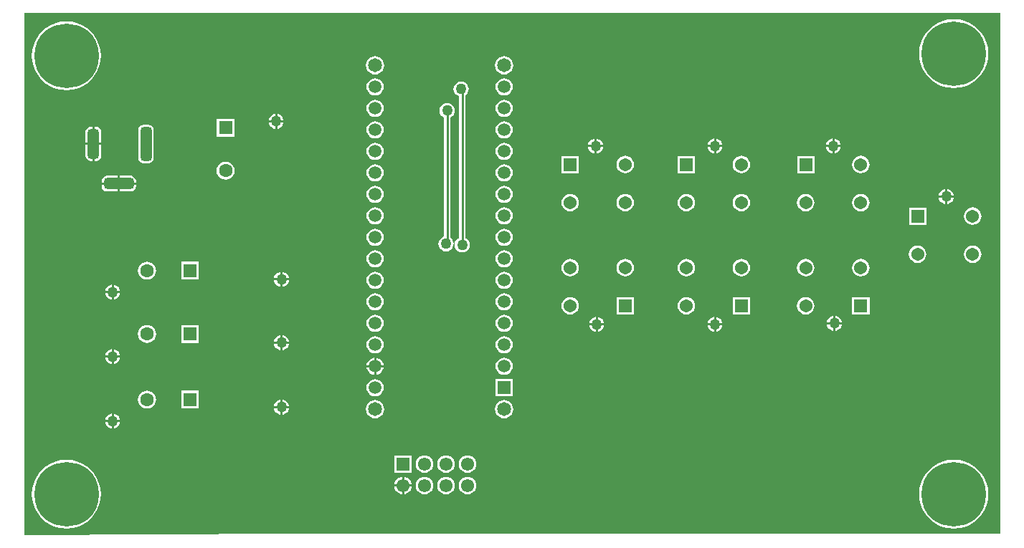
<source format=gbl>
G04*
G04 #@! TF.GenerationSoftware,Altium Limited,Altium Designer,20.1.12 (249)*
G04*
G04 Layer_Physical_Order=2*
G04 Layer_Color=16711680*
%FSLAX25Y25*%
%MOIN*%
G70*
G04*
G04 #@! TF.SameCoordinates,CC19F9FB-0A88-4C5E-BD8E-C5333B66DB7B*
G04*
G04*
G04 #@! TF.FilePolarity,Positive*
G04*
G01*
G75*
%ADD17C,0.01000*%
%ADD37R,0.06063X0.06063*%
%ADD38C,0.06063*%
%ADD47C,0.06299*%
%ADD48R,0.06299X0.06299*%
%ADD49C,0.06102*%
%ADD50R,0.06102X0.06102*%
G04:AMPARAMS|DCode=51|XSize=137.8mil|YSize=51.18mil|CornerRadius=12.8mil|HoleSize=0mil|Usage=FLASHONLY|Rotation=180.000|XOffset=0mil|YOffset=0mil|HoleType=Round|Shape=RoundedRectangle|*
%AMROUNDEDRECTD51*
21,1,0.13780,0.02559,0,0,180.0*
21,1,0.11221,0.05118,0,0,180.0*
1,1,0.02559,-0.05610,0.01280*
1,1,0.02559,0.05610,0.01280*
1,1,0.02559,0.05610,-0.01280*
1,1,0.02559,-0.05610,-0.01280*
%
%ADD51ROUNDEDRECTD51*%
G04:AMPARAMS|DCode=52|XSize=137.8mil|YSize=51.18mil|CornerRadius=12.8mil|HoleSize=0mil|Usage=FLASHONLY|Rotation=90.000|XOffset=0mil|YOffset=0mil|HoleType=Round|Shape=RoundedRectangle|*
%AMROUNDEDRECTD52*
21,1,0.13780,0.02559,0,0,90.0*
21,1,0.11221,0.05118,0,0,90.0*
1,1,0.02559,0.01280,0.05610*
1,1,0.02559,0.01280,-0.05610*
1,1,0.02559,-0.01280,-0.05610*
1,1,0.02559,-0.01280,0.05610*
%
%ADD52ROUNDEDRECTD52*%
G04:AMPARAMS|DCode=53|XSize=157.48mil|YSize=51.18mil|CornerRadius=12.8mil|HoleSize=0mil|Usage=FLASHONLY|Rotation=90.000|XOffset=0mil|YOffset=0mil|HoleType=Round|Shape=RoundedRectangle|*
%AMROUNDEDRECTD53*
21,1,0.15748,0.02559,0,0,90.0*
21,1,0.13189,0.05118,0,0,90.0*
1,1,0.02559,0.01280,0.06594*
1,1,0.02559,0.01280,-0.06594*
1,1,0.02559,-0.01280,-0.06594*
1,1,0.02559,-0.01280,0.06594*
%
%ADD53ROUNDEDRECTD53*%
%ADD54R,0.06299X0.06299*%
%ADD55R,0.05937X0.05937*%
%ADD56C,0.05937*%
%ADD57C,0.06500*%
%ADD58C,0.05000*%
%ADD59C,0.30000*%
G36*
X554000Y221000D02*
X220500D01*
X100854Y220501D01*
X100500Y220854D01*
Y463500D01*
X554000D01*
Y221000D01*
D02*
G37*
%LPC*%
G36*
X323500Y443287D02*
X322391Y443141D01*
X321357Y442712D01*
X320469Y442031D01*
X319788Y441143D01*
X319359Y440109D01*
X319213Y439000D01*
X319359Y437890D01*
X319788Y436857D01*
X320469Y435969D01*
X321357Y435288D01*
X322391Y434859D01*
X323500Y434713D01*
X324609Y434859D01*
X325643Y435288D01*
X326531Y435969D01*
X327212Y436857D01*
X327641Y437890D01*
X327787Y439000D01*
X327641Y440109D01*
X327212Y441143D01*
X326531Y442031D01*
X325643Y442712D01*
X324609Y443141D01*
X323500Y443287D01*
D02*
G37*
G36*
X263500D02*
X262390Y443141D01*
X261357Y442712D01*
X260469Y442031D01*
X259788Y441143D01*
X259359Y440109D01*
X259213Y439000D01*
X259359Y437890D01*
X259788Y436857D01*
X260469Y435969D01*
X261357Y435288D01*
X262390Y434859D01*
X263500Y434713D01*
X264610Y434859D01*
X265643Y435288D01*
X266531Y435969D01*
X267212Y436857D01*
X267641Y437890D01*
X267787Y439000D01*
X267641Y440109D01*
X267212Y441143D01*
X266531Y442031D01*
X265643Y442712D01*
X264610Y443141D01*
X263500Y443287D01*
D02*
G37*
G36*
X532500Y460549D02*
X529989Y460352D01*
X527540Y459764D01*
X525214Y458800D01*
X523066Y457484D01*
X521151Y455849D01*
X519516Y453934D01*
X518200Y451786D01*
X517236Y449460D01*
X516648Y447011D01*
X516451Y444500D01*
X516648Y441989D01*
X517236Y439540D01*
X518200Y437214D01*
X519516Y435066D01*
X521151Y433151D01*
X523066Y431516D01*
X525214Y430200D01*
X527540Y429236D01*
X529989Y428648D01*
X532500Y428450D01*
X535011Y428648D01*
X537460Y429236D01*
X539786Y430200D01*
X541934Y431516D01*
X543849Y433151D01*
X545484Y435066D01*
X546800Y437214D01*
X547764Y439540D01*
X548352Y441989D01*
X548550Y444500D01*
X548352Y447011D01*
X547764Y449460D01*
X546800Y451786D01*
X545484Y453934D01*
X543849Y455849D01*
X541934Y457484D01*
X539786Y458800D01*
X537460Y459764D01*
X535011Y460352D01*
X532500Y460549D01*
D02*
G37*
G36*
X120000Y459550D02*
X117489Y459352D01*
X115040Y458764D01*
X112714Y457800D01*
X110566Y456484D01*
X108651Y454849D01*
X107016Y452934D01*
X105700Y450786D01*
X104736Y448460D01*
X104148Y446011D01*
X103951Y443500D01*
X104148Y440989D01*
X104736Y438540D01*
X105700Y436214D01*
X107016Y434066D01*
X108651Y432151D01*
X110566Y430516D01*
X112714Y429200D01*
X115040Y428236D01*
X117489Y427648D01*
X120000Y427451D01*
X122511Y427648D01*
X124960Y428236D01*
X127286Y429200D01*
X129434Y430516D01*
X131349Y432151D01*
X132984Y434066D01*
X134300Y436214D01*
X135264Y438540D01*
X135852Y440989D01*
X136049Y443500D01*
X135852Y446011D01*
X135264Y448460D01*
X134300Y450786D01*
X132984Y452934D01*
X131349Y454849D01*
X129434Y456484D01*
X127286Y457800D01*
X124960Y458764D01*
X122511Y459352D01*
X120000Y459550D01*
D02*
G37*
G36*
X323500Y433003D02*
X322464Y432866D01*
X321499Y432467D01*
X320670Y431830D01*
X320034Y431001D01*
X319634Y430036D01*
X319497Y429000D01*
X319634Y427964D01*
X320034Y426999D01*
X320670Y426170D01*
X321499Y425533D01*
X322464Y425134D01*
X323500Y424997D01*
X324536Y425134D01*
X325501Y425533D01*
X326330Y426170D01*
X326967Y426999D01*
X327366Y427964D01*
X327503Y429000D01*
X327366Y430036D01*
X326967Y431001D01*
X326330Y431830D01*
X325501Y432467D01*
X324536Y432866D01*
X323500Y433003D01*
D02*
G37*
G36*
X263500D02*
X262464Y432866D01*
X261499Y432467D01*
X260670Y431830D01*
X260033Y431001D01*
X259634Y430036D01*
X259497Y429000D01*
X259634Y427964D01*
X260033Y426999D01*
X260670Y426170D01*
X261499Y425533D01*
X262464Y425134D01*
X263500Y424997D01*
X264536Y425134D01*
X265501Y425533D01*
X266330Y426170D01*
X266967Y426999D01*
X267366Y427964D01*
X267503Y429000D01*
X267366Y430036D01*
X266967Y431001D01*
X266330Y431830D01*
X265501Y432467D01*
X264536Y432866D01*
X263500Y433003D01*
D02*
G37*
G36*
X323500Y423003D02*
X322464Y422866D01*
X321499Y422467D01*
X320670Y421830D01*
X320034Y421001D01*
X319634Y420036D01*
X319497Y419000D01*
X319634Y417964D01*
X320034Y416999D01*
X320670Y416170D01*
X321499Y415533D01*
X322464Y415134D01*
X323500Y414997D01*
X324536Y415134D01*
X325501Y415533D01*
X326330Y416170D01*
X326967Y416999D01*
X327366Y417964D01*
X327503Y419000D01*
X327366Y420036D01*
X326967Y421001D01*
X326330Y421830D01*
X325501Y422467D01*
X324536Y422866D01*
X323500Y423003D01*
D02*
G37*
G36*
X263500D02*
X262464Y422866D01*
X261499Y422467D01*
X260670Y421830D01*
X260033Y421001D01*
X259634Y420036D01*
X259497Y419000D01*
X259634Y417964D01*
X260033Y416999D01*
X260670Y416170D01*
X261499Y415533D01*
X262464Y415134D01*
X263500Y414997D01*
X264536Y415134D01*
X265501Y415533D01*
X266330Y416170D01*
X266967Y416999D01*
X267366Y417964D01*
X267503Y419000D01*
X267366Y420036D01*
X266967Y421001D01*
X266330Y421830D01*
X265501Y422467D01*
X264536Y422866D01*
X263500Y423003D01*
D02*
G37*
G36*
X218000Y416464D02*
Y413500D01*
X220964D01*
X220910Y413914D01*
X220557Y414765D01*
X219996Y415496D01*
X219265Y416057D01*
X218414Y416410D01*
X218000Y416464D01*
D02*
G37*
G36*
X217000D02*
X216586Y416410D01*
X215735Y416057D01*
X215004Y415496D01*
X214443Y414765D01*
X214090Y413914D01*
X214036Y413500D01*
X217000D01*
Y416464D01*
D02*
G37*
G36*
X220964Y412500D02*
X218000D01*
Y409536D01*
X218414Y409590D01*
X219265Y409943D01*
X219996Y410504D01*
X220557Y411235D01*
X220910Y412086D01*
X220964Y412500D01*
D02*
G37*
G36*
X217000D02*
X214036D01*
X214090Y412086D01*
X214443Y411235D01*
X215004Y410504D01*
X215735Y409943D01*
X216586Y409590D01*
X217000Y409536D01*
Y412500D01*
D02*
G37*
G36*
X198150Y414150D02*
X189850D01*
Y405850D01*
X198150D01*
Y414150D01*
D02*
G37*
G36*
X323500Y413003D02*
X322464Y412866D01*
X321499Y412466D01*
X320670Y411830D01*
X320034Y411001D01*
X319634Y410036D01*
X319497Y409000D01*
X319634Y407964D01*
X320034Y406999D01*
X320670Y406170D01*
X321499Y405534D01*
X322464Y405134D01*
X323500Y404997D01*
X324536Y405134D01*
X325501Y405534D01*
X326330Y406170D01*
X326967Y406999D01*
X327366Y407964D01*
X327503Y409000D01*
X327366Y410036D01*
X326967Y411001D01*
X326330Y411830D01*
X325501Y412466D01*
X324536Y412866D01*
X323500Y413003D01*
D02*
G37*
G36*
X263500D02*
X262464Y412866D01*
X261499Y412466D01*
X260670Y411830D01*
X260033Y411001D01*
X259634Y410036D01*
X259497Y409000D01*
X259634Y407964D01*
X260033Y406999D01*
X260670Y406170D01*
X261499Y405534D01*
X262464Y405134D01*
X263500Y404997D01*
X264536Y405134D01*
X265501Y405534D01*
X266330Y406170D01*
X266967Y406999D01*
X267366Y407964D01*
X267503Y409000D01*
X267366Y410036D01*
X266967Y411001D01*
X266330Y411830D01*
X265501Y412466D01*
X264536Y412866D01*
X263500Y413003D01*
D02*
G37*
G36*
X133870Y410434D02*
X133091D01*
Y403000D01*
X136194D01*
Y408110D01*
X136017Y409000D01*
X135513Y409754D01*
X134759Y410257D01*
X133870Y410434D01*
D02*
G37*
G36*
X132091D02*
X131311D01*
X130422Y410257D01*
X129668Y409754D01*
X129164Y409000D01*
X128987Y408110D01*
Y403000D01*
X132091D01*
Y410434D01*
D02*
G37*
G36*
X477000Y404964D02*
Y402000D01*
X479964D01*
X479910Y402414D01*
X479557Y403265D01*
X478996Y403996D01*
X478265Y404557D01*
X477414Y404910D01*
X477000Y404964D01*
D02*
G37*
G36*
X476000D02*
X475586Y404910D01*
X474735Y404557D01*
X474004Y403996D01*
X473443Y403265D01*
X473090Y402414D01*
X473036Y402000D01*
X476000D01*
Y404964D01*
D02*
G37*
G36*
X422000D02*
Y402000D01*
X424964D01*
X424910Y402414D01*
X424557Y403265D01*
X423996Y403996D01*
X423265Y404557D01*
X422414Y404910D01*
X422000Y404964D01*
D02*
G37*
G36*
X421000D02*
X420586Y404910D01*
X419735Y404557D01*
X419004Y403996D01*
X418443Y403265D01*
X418090Y402414D01*
X418036Y402000D01*
X421000D01*
Y404964D01*
D02*
G37*
G36*
X366500D02*
Y402000D01*
X369464D01*
X369410Y402414D01*
X369057Y403265D01*
X368496Y403996D01*
X367765Y404557D01*
X366914Y404910D01*
X366500Y404964D01*
D02*
G37*
G36*
X365500D02*
X365086Y404910D01*
X364235Y404557D01*
X363504Y403996D01*
X362943Y403265D01*
X362590Y402414D01*
X362536Y402000D01*
X365500D01*
Y404964D01*
D02*
G37*
G36*
X479964Y401000D02*
X477000D01*
Y398036D01*
X477414Y398090D01*
X478265Y398443D01*
X478996Y399004D01*
X479557Y399735D01*
X479910Y400586D01*
X479964Y401000D01*
D02*
G37*
G36*
X476000D02*
X473036D01*
X473090Y400586D01*
X473443Y399735D01*
X474004Y399004D01*
X474735Y398443D01*
X475586Y398090D01*
X476000Y398036D01*
Y401000D01*
D02*
G37*
G36*
X424964D02*
X422000D01*
Y398036D01*
X422414Y398090D01*
X423265Y398443D01*
X423996Y399004D01*
X424557Y399735D01*
X424910Y400586D01*
X424964Y401000D01*
D02*
G37*
G36*
X421000D02*
X418036D01*
X418090Y400586D01*
X418443Y399735D01*
X419004Y399004D01*
X419735Y398443D01*
X420586Y398090D01*
X421000Y398036D01*
Y401000D01*
D02*
G37*
G36*
X369464D02*
X366500D01*
Y398036D01*
X366914Y398090D01*
X367765Y398443D01*
X368496Y399004D01*
X369057Y399735D01*
X369410Y400586D01*
X369464Y401000D01*
D02*
G37*
G36*
X365500D02*
X362536D01*
X362590Y400586D01*
X362943Y399735D01*
X363504Y399004D01*
X364235Y398443D01*
X365086Y398090D01*
X365500Y398036D01*
Y401000D01*
D02*
G37*
G36*
X323500Y403003D02*
X322464Y402866D01*
X321499Y402466D01*
X320670Y401830D01*
X320034Y401001D01*
X319634Y400036D01*
X319497Y399000D01*
X319634Y397964D01*
X320034Y396999D01*
X320670Y396170D01*
X321499Y395533D01*
X322464Y395134D01*
X323500Y394997D01*
X324536Y395134D01*
X325501Y395533D01*
X326330Y396170D01*
X326967Y396999D01*
X327366Y397964D01*
X327503Y399000D01*
X327366Y400036D01*
X326967Y401001D01*
X326330Y401830D01*
X325501Y402466D01*
X324536Y402866D01*
X323500Y403003D01*
D02*
G37*
G36*
X263500D02*
X262464Y402866D01*
X261499Y402466D01*
X260670Y401830D01*
X260033Y401001D01*
X259634Y400036D01*
X259497Y399000D01*
X259634Y397964D01*
X260033Y396999D01*
X260670Y396170D01*
X261499Y395533D01*
X262464Y395134D01*
X263500Y394997D01*
X264536Y395134D01*
X265501Y395533D01*
X266330Y396170D01*
X266967Y396999D01*
X267366Y397964D01*
X267503Y399000D01*
X267366Y400036D01*
X266967Y401001D01*
X266330Y401830D01*
X265501Y402466D01*
X264536Y402866D01*
X263500Y403003D01*
D02*
G37*
G36*
X136194Y402000D02*
X133091D01*
Y394566D01*
X133870D01*
X134759Y394742D01*
X135513Y395246D01*
X136017Y396000D01*
X136194Y396890D01*
Y402000D01*
D02*
G37*
G36*
X132091D02*
X128987D01*
Y396890D01*
X129164Y396000D01*
X129668Y395246D01*
X130422Y394742D01*
X131311Y394566D01*
X132091D01*
Y402000D01*
D02*
G37*
G36*
X158280Y411419D02*
X155720D01*
X154831Y411242D01*
X154077Y410738D01*
X153573Y409984D01*
X153396Y409094D01*
Y395905D01*
X153573Y395016D01*
X154077Y394262D01*
X154831Y393758D01*
X155720Y393581D01*
X158280D01*
X159169Y393758D01*
X159923Y394262D01*
X160427Y395016D01*
X160604Y395905D01*
Y409094D01*
X160427Y409984D01*
X159923Y410738D01*
X159169Y411242D01*
X158280Y411419D01*
D02*
G37*
G36*
X467736Y396890D02*
X459673D01*
Y388827D01*
X467736D01*
Y396890D01*
D02*
G37*
G36*
X412236D02*
X404173D01*
Y388827D01*
X412236D01*
Y396890D01*
D02*
G37*
G36*
X358236D02*
X350173D01*
Y388827D01*
X358236D01*
Y396890D01*
D02*
G37*
G36*
X489295Y396924D02*
X488243Y396786D01*
X487262Y396380D01*
X486420Y395734D01*
X485774Y394891D01*
X485368Y393911D01*
X485229Y392858D01*
X485368Y391806D01*
X485774Y390825D01*
X486420Y389983D01*
X487262Y389337D01*
X488243Y388931D01*
X489295Y388792D01*
X490348Y388931D01*
X491328Y389337D01*
X492171Y389983D01*
X492817Y390825D01*
X493223Y391806D01*
X493362Y392858D01*
X493223Y393911D01*
X492817Y394891D01*
X492171Y395734D01*
X491328Y396380D01*
X490348Y396786D01*
X489295Y396924D01*
D02*
G37*
G36*
X433795D02*
X432743Y396786D01*
X431762Y396380D01*
X430920Y395734D01*
X430274Y394891D01*
X429868Y393911D01*
X429729Y392858D01*
X429868Y391806D01*
X430274Y390825D01*
X430920Y389983D01*
X431762Y389337D01*
X432743Y388931D01*
X433795Y388792D01*
X434848Y388931D01*
X435828Y389337D01*
X436671Y389983D01*
X437317Y390825D01*
X437723Y391806D01*
X437862Y392858D01*
X437723Y393911D01*
X437317Y394891D01*
X436671Y395734D01*
X435828Y396380D01*
X434848Y396786D01*
X433795Y396924D01*
D02*
G37*
G36*
X379795D02*
X378743Y396786D01*
X377762Y396380D01*
X376920Y395734D01*
X376274Y394891D01*
X375868Y393911D01*
X375729Y392858D01*
X375868Y391806D01*
X376274Y390825D01*
X376920Y389983D01*
X377762Y389337D01*
X378743Y388931D01*
X379795Y388792D01*
X380848Y388931D01*
X381828Y389337D01*
X382671Y389983D01*
X383317Y390825D01*
X383723Y391806D01*
X383862Y392858D01*
X383723Y393911D01*
X383317Y394891D01*
X382671Y395734D01*
X381828Y396380D01*
X380848Y396786D01*
X379795Y396924D01*
D02*
G37*
G36*
X194000Y394185D02*
X192917Y394043D01*
X191907Y393625D01*
X191041Y392959D01*
X190375Y392093D01*
X189957Y391083D01*
X189815Y390000D01*
X189957Y388917D01*
X190375Y387907D01*
X191041Y387040D01*
X191907Y386375D01*
X192917Y385957D01*
X194000Y385815D01*
X195083Y385957D01*
X196093Y386375D01*
X196959Y387040D01*
X197625Y387907D01*
X198043Y388917D01*
X198185Y390000D01*
X198043Y391083D01*
X197625Y392093D01*
X196959Y392959D01*
X196093Y393625D01*
X195083Y394043D01*
X194000Y394185D01*
D02*
G37*
G36*
X323500Y393003D02*
X322464Y392866D01*
X321499Y392466D01*
X320670Y391830D01*
X320034Y391001D01*
X319634Y390036D01*
X319497Y389000D01*
X319634Y387964D01*
X320034Y386999D01*
X320670Y386170D01*
X321499Y385533D01*
X322464Y385134D01*
X323500Y384997D01*
X324536Y385134D01*
X325501Y385533D01*
X326330Y386170D01*
X326967Y386999D01*
X327366Y387964D01*
X327503Y389000D01*
X327366Y390036D01*
X326967Y391001D01*
X326330Y391830D01*
X325501Y392466D01*
X324536Y392866D01*
X323500Y393003D01*
D02*
G37*
G36*
X263500D02*
X262464Y392866D01*
X261499Y392466D01*
X260670Y391830D01*
X260033Y391001D01*
X259634Y390036D01*
X259497Y389000D01*
X259634Y387964D01*
X260033Y386999D01*
X260670Y386170D01*
X261499Y385533D01*
X262464Y385134D01*
X263500Y384997D01*
X264536Y385134D01*
X265501Y385533D01*
X266330Y386170D01*
X266967Y386999D01*
X267366Y387964D01*
X267503Y389000D01*
X267366Y390036D01*
X266967Y391001D01*
X266330Y391830D01*
X265501Y392466D01*
X264536Y392866D01*
X263500Y393003D01*
D02*
G37*
G36*
X150012Y387600D02*
X144902D01*
Y384496D01*
X152336D01*
Y385276D01*
X152159Y386165D01*
X151655Y386919D01*
X150901Y387423D01*
X150012Y387600D01*
D02*
G37*
G36*
X143902D02*
X138791D01*
X137902Y387423D01*
X137148Y386919D01*
X136644Y386165D01*
X136467Y385276D01*
Y384496D01*
X143902D01*
Y387600D01*
D02*
G37*
G36*
X152336Y383496D02*
X144902D01*
Y380392D01*
X150012D01*
X150901Y380569D01*
X151655Y381073D01*
X152159Y381827D01*
X152336Y382716D01*
Y383496D01*
D02*
G37*
G36*
X143902D02*
X136467D01*
Y382716D01*
X136644Y381827D01*
X137148Y381073D01*
X137902Y380569D01*
X138791Y380392D01*
X143902D01*
Y383496D01*
D02*
G37*
G36*
X529500Y381464D02*
Y378500D01*
X532464D01*
X532410Y378914D01*
X532057Y379765D01*
X531496Y380496D01*
X530765Y381057D01*
X529914Y381410D01*
X529500Y381464D01*
D02*
G37*
G36*
X528500D02*
X528086Y381410D01*
X527235Y381057D01*
X526504Y380496D01*
X525943Y379765D01*
X525590Y378914D01*
X525536Y378500D01*
X528500D01*
Y381464D01*
D02*
G37*
G36*
X323500Y383003D02*
X322464Y382866D01*
X321499Y382467D01*
X320670Y381830D01*
X320034Y381001D01*
X319634Y380036D01*
X319497Y379000D01*
X319634Y377964D01*
X320034Y376999D01*
X320670Y376170D01*
X321499Y375534D01*
X322464Y375134D01*
X323500Y374997D01*
X324536Y375134D01*
X325501Y375534D01*
X326330Y376170D01*
X326967Y376999D01*
X327366Y377964D01*
X327503Y379000D01*
X327366Y380036D01*
X326967Y381001D01*
X326330Y381830D01*
X325501Y382467D01*
X324536Y382866D01*
X323500Y383003D01*
D02*
G37*
G36*
X263500D02*
X262464Y382866D01*
X261499Y382467D01*
X260670Y381830D01*
X260033Y381001D01*
X259634Y380036D01*
X259497Y379000D01*
X259634Y377964D01*
X260033Y376999D01*
X260670Y376170D01*
X261499Y375534D01*
X262464Y375134D01*
X263500Y374997D01*
X264536Y375134D01*
X265501Y375534D01*
X266330Y376170D01*
X266967Y376999D01*
X267366Y377964D01*
X267503Y379000D01*
X267366Y380036D01*
X266967Y381001D01*
X266330Y381830D01*
X265501Y382467D01*
X264536Y382866D01*
X263500Y383003D01*
D02*
G37*
G36*
X532464Y377500D02*
X529500D01*
Y374536D01*
X529914Y374590D01*
X530765Y374943D01*
X531496Y375504D01*
X532057Y376235D01*
X532410Y377086D01*
X532464Y377500D01*
D02*
G37*
G36*
X528500D02*
X525536D01*
X525590Y377086D01*
X525943Y376235D01*
X526504Y375504D01*
X527235Y374943D01*
X528086Y374590D01*
X528500Y374536D01*
Y377500D01*
D02*
G37*
G36*
X489295Y379208D02*
X488243Y379069D01*
X487262Y378663D01*
X486420Y378017D01*
X485774Y377175D01*
X485368Y376194D01*
X485229Y375142D01*
X485368Y374089D01*
X485774Y373109D01*
X486420Y372266D01*
X487262Y371620D01*
X488243Y371214D01*
X489295Y371076D01*
X490348Y371214D01*
X491328Y371620D01*
X492171Y372266D01*
X492817Y373109D01*
X493223Y374089D01*
X493362Y375142D01*
X493223Y376194D01*
X492817Y377175D01*
X492171Y378017D01*
X491328Y378663D01*
X490348Y379069D01*
X489295Y379208D01*
D02*
G37*
G36*
X463705D02*
X462652Y379069D01*
X461672Y378663D01*
X460829Y378017D01*
X460183Y377175D01*
X459777Y376194D01*
X459638Y375142D01*
X459777Y374089D01*
X460183Y373109D01*
X460829Y372266D01*
X461672Y371620D01*
X462652Y371214D01*
X463705Y371076D01*
X464757Y371214D01*
X465738Y371620D01*
X466580Y372266D01*
X467226Y373109D01*
X467632Y374089D01*
X467771Y375142D01*
X467632Y376194D01*
X467226Y377175D01*
X466580Y378017D01*
X465738Y378663D01*
X464757Y379069D01*
X463705Y379208D01*
D02*
G37*
G36*
X433795D02*
X432743Y379069D01*
X431762Y378663D01*
X430920Y378017D01*
X430274Y377175D01*
X429868Y376194D01*
X429729Y375142D01*
X429868Y374089D01*
X430274Y373109D01*
X430920Y372266D01*
X431762Y371620D01*
X432743Y371214D01*
X433795Y371076D01*
X434848Y371214D01*
X435828Y371620D01*
X436671Y372266D01*
X437317Y373109D01*
X437723Y374089D01*
X437862Y375142D01*
X437723Y376194D01*
X437317Y377175D01*
X436671Y378017D01*
X435828Y378663D01*
X434848Y379069D01*
X433795Y379208D01*
D02*
G37*
G36*
X408205D02*
X407152Y379069D01*
X406172Y378663D01*
X405329Y378017D01*
X404683Y377175D01*
X404277Y376194D01*
X404138Y375142D01*
X404277Y374089D01*
X404683Y373109D01*
X405329Y372266D01*
X406172Y371620D01*
X407152Y371214D01*
X408205Y371076D01*
X409257Y371214D01*
X410238Y371620D01*
X411080Y372266D01*
X411726Y373109D01*
X412132Y374089D01*
X412271Y375142D01*
X412132Y376194D01*
X411726Y377175D01*
X411080Y378017D01*
X410238Y378663D01*
X409257Y379069D01*
X408205Y379208D01*
D02*
G37*
G36*
X379795D02*
X378743Y379069D01*
X377762Y378663D01*
X376920Y378017D01*
X376274Y377175D01*
X375868Y376194D01*
X375729Y375142D01*
X375868Y374089D01*
X376274Y373109D01*
X376920Y372266D01*
X377762Y371620D01*
X378743Y371214D01*
X379795Y371076D01*
X380848Y371214D01*
X381828Y371620D01*
X382671Y372266D01*
X383317Y373109D01*
X383723Y374089D01*
X383862Y375142D01*
X383723Y376194D01*
X383317Y377175D01*
X382671Y378017D01*
X381828Y378663D01*
X380848Y379069D01*
X379795Y379208D01*
D02*
G37*
G36*
X354205D02*
X353152Y379069D01*
X352172Y378663D01*
X351329Y378017D01*
X350683Y377175D01*
X350277Y376194D01*
X350138Y375142D01*
X350277Y374089D01*
X350683Y373109D01*
X351329Y372266D01*
X352172Y371620D01*
X353152Y371214D01*
X354205Y371076D01*
X355257Y371214D01*
X356238Y371620D01*
X357080Y372266D01*
X357726Y373109D01*
X358132Y374089D01*
X358271Y375142D01*
X358132Y376194D01*
X357726Y377175D01*
X357080Y378017D01*
X356238Y378663D01*
X355257Y379069D01*
X354205Y379208D01*
D02*
G37*
G36*
X323500Y373003D02*
X322464Y372866D01*
X321499Y372466D01*
X320670Y371830D01*
X320034Y371001D01*
X319634Y370036D01*
X319497Y369000D01*
X319634Y367964D01*
X320034Y366999D01*
X320670Y366170D01*
X321499Y365533D01*
X322464Y365134D01*
X323500Y364997D01*
X324536Y365134D01*
X325501Y365533D01*
X326330Y366170D01*
X326967Y366999D01*
X327366Y367964D01*
X327503Y369000D01*
X327366Y370036D01*
X326967Y371001D01*
X326330Y371830D01*
X325501Y372466D01*
X324536Y372866D01*
X323500Y373003D01*
D02*
G37*
G36*
X263500D02*
X262464Y372866D01*
X261499Y372466D01*
X260670Y371830D01*
X260033Y371001D01*
X259634Y370036D01*
X259497Y369000D01*
X259634Y367964D01*
X260033Y366999D01*
X260670Y366170D01*
X261499Y365533D01*
X262464Y365134D01*
X263500Y364997D01*
X264536Y365134D01*
X265501Y365533D01*
X266330Y366170D01*
X266967Y366999D01*
X267366Y367964D01*
X267503Y369000D01*
X267366Y370036D01*
X266967Y371001D01*
X266330Y371830D01*
X265501Y372466D01*
X264536Y372866D01*
X263500Y373003D01*
D02*
G37*
G36*
X519736Y372890D02*
X511673D01*
Y364827D01*
X519736D01*
Y372890D01*
D02*
G37*
G36*
X541295Y372924D02*
X540243Y372786D01*
X539262Y372380D01*
X538420Y371734D01*
X537774Y370891D01*
X537368Y369911D01*
X537229Y368858D01*
X537368Y367806D01*
X537774Y366825D01*
X538420Y365983D01*
X539262Y365337D01*
X540243Y364931D01*
X541295Y364792D01*
X542348Y364931D01*
X543328Y365337D01*
X544171Y365983D01*
X544817Y366825D01*
X545223Y367806D01*
X545362Y368858D01*
X545223Y369911D01*
X544817Y370891D01*
X544171Y371734D01*
X543328Y372380D01*
X542348Y372786D01*
X541295Y372924D01*
D02*
G37*
G36*
X323500Y363003D02*
X322464Y362866D01*
X321499Y362467D01*
X320670Y361830D01*
X320034Y361001D01*
X319634Y360036D01*
X319497Y359000D01*
X319634Y357964D01*
X320034Y356999D01*
X320670Y356170D01*
X321499Y355534D01*
X322464Y355134D01*
X323500Y354997D01*
X324536Y355134D01*
X325501Y355534D01*
X326330Y356170D01*
X326967Y356999D01*
X327366Y357964D01*
X327503Y359000D01*
X327366Y360036D01*
X326967Y361001D01*
X326330Y361830D01*
X325501Y362467D01*
X324536Y362866D01*
X323500Y363003D01*
D02*
G37*
G36*
X263500D02*
X262464Y362866D01*
X261499Y362467D01*
X260670Y361830D01*
X260033Y361001D01*
X259634Y360036D01*
X259497Y359000D01*
X259634Y357964D01*
X260033Y356999D01*
X260670Y356170D01*
X261499Y355534D01*
X262464Y355134D01*
X263500Y354997D01*
X264536Y355134D01*
X265501Y355534D01*
X266330Y356170D01*
X266967Y356999D01*
X267366Y357964D01*
X267503Y359000D01*
X267366Y360036D01*
X266967Y361001D01*
X266330Y361830D01*
X265501Y362467D01*
X264536Y362866D01*
X263500Y363003D01*
D02*
G37*
G36*
X297000Y421530D02*
X296086Y421410D01*
X295235Y421057D01*
X294504Y420496D01*
X293943Y419765D01*
X293590Y418914D01*
X293470Y418000D01*
X293590Y417086D01*
X293943Y416235D01*
X294504Y415504D01*
X295235Y414943D01*
X295471Y414845D01*
Y359362D01*
X294735Y359057D01*
X294004Y358496D01*
X293443Y357765D01*
X293090Y356914D01*
X292970Y356000D01*
X293090Y355086D01*
X293443Y354235D01*
X294004Y353504D01*
X294735Y352943D01*
X295586Y352590D01*
X296500Y352470D01*
X297414Y352590D01*
X298265Y352943D01*
X298996Y353504D01*
X299557Y354235D01*
X299910Y355086D01*
X300030Y356000D01*
X299910Y356914D01*
X299557Y357765D01*
X298996Y358496D01*
X298529Y358854D01*
Y414845D01*
X298765Y414943D01*
X299496Y415504D01*
X300057Y416235D01*
X300410Y417086D01*
X300530Y418000D01*
X300410Y418914D01*
X300057Y419765D01*
X299496Y420496D01*
X298765Y421057D01*
X297914Y421410D01*
X297000Y421530D01*
D02*
G37*
G36*
X303500Y431530D02*
X302586Y431410D01*
X301735Y431057D01*
X301004Y430496D01*
X300443Y429765D01*
X300090Y428914D01*
X299970Y428000D01*
X300090Y427086D01*
X300443Y426235D01*
X301004Y425504D01*
X301735Y424943D01*
X302471Y424638D01*
Y358655D01*
X302235Y358557D01*
X301504Y357996D01*
X300943Y357265D01*
X300590Y356414D01*
X300470Y355500D01*
X300590Y354586D01*
X300943Y353735D01*
X301504Y353004D01*
X302235Y352443D01*
X303086Y352090D01*
X304000Y351970D01*
X304914Y352090D01*
X305765Y352443D01*
X306496Y353004D01*
X307057Y353735D01*
X307410Y354586D01*
X307530Y355500D01*
X307410Y356414D01*
X307057Y357265D01*
X306496Y357996D01*
X305765Y358557D01*
X305529Y358655D01*
Y425146D01*
X305996Y425504D01*
X306557Y426235D01*
X306910Y427086D01*
X307030Y428000D01*
X306910Y428914D01*
X306557Y429765D01*
X305996Y430496D01*
X305265Y431057D01*
X304414Y431410D01*
X303500Y431530D01*
D02*
G37*
G36*
X541295Y355208D02*
X540243Y355069D01*
X539262Y354663D01*
X538420Y354017D01*
X537774Y353175D01*
X537368Y352194D01*
X537229Y351142D01*
X537368Y350089D01*
X537774Y349109D01*
X538420Y348266D01*
X539262Y347620D01*
X540243Y347214D01*
X541295Y347076D01*
X542348Y347214D01*
X543328Y347620D01*
X544171Y348266D01*
X544817Y349109D01*
X545223Y350089D01*
X545362Y351142D01*
X545223Y352194D01*
X544817Y353175D01*
X544171Y354017D01*
X543328Y354663D01*
X542348Y355069D01*
X541295Y355208D01*
D02*
G37*
G36*
X515705D02*
X514652Y355069D01*
X513672Y354663D01*
X512829Y354017D01*
X512183Y353175D01*
X511777Y352194D01*
X511638Y351142D01*
X511777Y350089D01*
X512183Y349109D01*
X512829Y348266D01*
X513672Y347620D01*
X514652Y347214D01*
X515705Y347076D01*
X516757Y347214D01*
X517738Y347620D01*
X518580Y348266D01*
X519226Y349109D01*
X519632Y350089D01*
X519771Y351142D01*
X519632Y352194D01*
X519226Y353175D01*
X518580Y354017D01*
X517738Y354663D01*
X516757Y355069D01*
X515705Y355208D01*
D02*
G37*
G36*
X323500Y353003D02*
X322464Y352866D01*
X321499Y352467D01*
X320670Y351830D01*
X320034Y351001D01*
X319634Y350036D01*
X319497Y349000D01*
X319634Y347964D01*
X320034Y346999D01*
X320670Y346170D01*
X321499Y345533D01*
X322464Y345134D01*
X323500Y344997D01*
X324536Y345134D01*
X325501Y345533D01*
X326330Y346170D01*
X326967Y346999D01*
X327366Y347964D01*
X327503Y349000D01*
X327366Y350036D01*
X326967Y351001D01*
X326330Y351830D01*
X325501Y352467D01*
X324536Y352866D01*
X323500Y353003D01*
D02*
G37*
G36*
X263500D02*
X262464Y352866D01*
X261499Y352467D01*
X260670Y351830D01*
X260033Y351001D01*
X259634Y350036D01*
X259497Y349000D01*
X259634Y347964D01*
X260033Y346999D01*
X260670Y346170D01*
X261499Y345533D01*
X262464Y345134D01*
X263500Y344997D01*
X264536Y345134D01*
X265501Y345533D01*
X266330Y346170D01*
X266967Y346999D01*
X267366Y347964D01*
X267503Y349000D01*
X267366Y350036D01*
X266967Y351001D01*
X266330Y351830D01*
X265501Y352467D01*
X264536Y352866D01*
X263500Y353003D01*
D02*
G37*
G36*
X489295Y348924D02*
X488243Y348786D01*
X487262Y348380D01*
X486420Y347734D01*
X485774Y346891D01*
X485368Y345911D01*
X485229Y344858D01*
X485368Y343806D01*
X485774Y342825D01*
X486420Y341983D01*
X487262Y341337D01*
X488243Y340931D01*
X489295Y340792D01*
X490348Y340931D01*
X491328Y341337D01*
X492171Y341983D01*
X492817Y342825D01*
X493223Y343806D01*
X493362Y344858D01*
X493223Y345911D01*
X492817Y346891D01*
X492171Y347734D01*
X491328Y348380D01*
X490348Y348786D01*
X489295Y348924D01*
D02*
G37*
G36*
X463705D02*
X462652Y348786D01*
X461672Y348380D01*
X460829Y347734D01*
X460183Y346891D01*
X459777Y345911D01*
X459638Y344858D01*
X459777Y343806D01*
X460183Y342825D01*
X460829Y341983D01*
X461672Y341337D01*
X462652Y340931D01*
X463705Y340792D01*
X464757Y340931D01*
X465738Y341337D01*
X466580Y341983D01*
X467226Y342825D01*
X467632Y343806D01*
X467771Y344858D01*
X467632Y345911D01*
X467226Y346891D01*
X466580Y347734D01*
X465738Y348380D01*
X464757Y348786D01*
X463705Y348924D01*
D02*
G37*
G36*
X433795D02*
X432743Y348786D01*
X431762Y348380D01*
X430920Y347734D01*
X430274Y346891D01*
X429868Y345911D01*
X429729Y344858D01*
X429868Y343806D01*
X430274Y342825D01*
X430920Y341983D01*
X431762Y341337D01*
X432743Y340931D01*
X433795Y340792D01*
X434848Y340931D01*
X435828Y341337D01*
X436671Y341983D01*
X437317Y342825D01*
X437723Y343806D01*
X437862Y344858D01*
X437723Y345911D01*
X437317Y346891D01*
X436671Y347734D01*
X435828Y348380D01*
X434848Y348786D01*
X433795Y348924D01*
D02*
G37*
G36*
X408205D02*
X407152Y348786D01*
X406172Y348380D01*
X405329Y347734D01*
X404683Y346891D01*
X404277Y345911D01*
X404138Y344858D01*
X404277Y343806D01*
X404683Y342825D01*
X405329Y341983D01*
X406172Y341337D01*
X407152Y340931D01*
X408205Y340792D01*
X409257Y340931D01*
X410238Y341337D01*
X411080Y341983D01*
X411726Y342825D01*
X412132Y343806D01*
X412271Y344858D01*
X412132Y345911D01*
X411726Y346891D01*
X411080Y347734D01*
X410238Y348380D01*
X409257Y348786D01*
X408205Y348924D01*
D02*
G37*
G36*
X379795D02*
X378743Y348786D01*
X377762Y348380D01*
X376920Y347734D01*
X376274Y346891D01*
X375868Y345911D01*
X375729Y344858D01*
X375868Y343806D01*
X376274Y342825D01*
X376920Y341983D01*
X377762Y341337D01*
X378743Y340931D01*
X379795Y340792D01*
X380848Y340931D01*
X381828Y341337D01*
X382671Y341983D01*
X383317Y342825D01*
X383723Y343806D01*
X383862Y344858D01*
X383723Y345911D01*
X383317Y346891D01*
X382671Y347734D01*
X381828Y348380D01*
X380848Y348786D01*
X379795Y348924D01*
D02*
G37*
G36*
X354205D02*
X353152Y348786D01*
X352172Y348380D01*
X351329Y347734D01*
X350683Y346891D01*
X350277Y345911D01*
X350138Y344858D01*
X350277Y343806D01*
X350683Y342825D01*
X351329Y341983D01*
X352172Y341337D01*
X353152Y340931D01*
X354205Y340792D01*
X355257Y340931D01*
X356238Y341337D01*
X357080Y341983D01*
X357726Y342825D01*
X358132Y343806D01*
X358271Y344858D01*
X358132Y345911D01*
X357726Y346891D01*
X357080Y347734D01*
X356238Y348380D01*
X355257Y348786D01*
X354205Y348924D01*
D02*
G37*
G36*
X220500Y342964D02*
Y340000D01*
X223464D01*
X223410Y340414D01*
X223057Y341265D01*
X222496Y341996D01*
X221765Y342557D01*
X220914Y342910D01*
X220500Y342964D01*
D02*
G37*
G36*
X219500D02*
X219086Y342910D01*
X218235Y342557D01*
X217504Y341996D01*
X216943Y341265D01*
X216590Y340414D01*
X216536Y340000D01*
X219500D01*
Y342964D01*
D02*
G37*
G36*
X181650Y347650D02*
X173350D01*
Y339350D01*
X181650D01*
Y347650D01*
D02*
G37*
G36*
X157500Y347685D02*
X156417Y347543D01*
X155407Y347125D01*
X154541Y346460D01*
X153875Y345593D01*
X153457Y344583D01*
X153315Y343500D01*
X153457Y342417D01*
X153875Y341407D01*
X154541Y340541D01*
X155407Y339875D01*
X156417Y339457D01*
X157500Y339315D01*
X158583Y339457D01*
X159593Y339875D01*
X160459Y340541D01*
X161125Y341407D01*
X161543Y342417D01*
X161685Y343500D01*
X161543Y344583D01*
X161125Y345593D01*
X160459Y346460D01*
X159593Y347125D01*
X158583Y347543D01*
X157500Y347685D01*
D02*
G37*
G36*
X223464Y339000D02*
X220500D01*
Y336036D01*
X220914Y336090D01*
X221765Y336443D01*
X222496Y337004D01*
X223057Y337735D01*
X223410Y338586D01*
X223464Y339000D01*
D02*
G37*
G36*
X219500D02*
X216536D01*
X216590Y338586D01*
X216943Y337735D01*
X217504Y337004D01*
X218235Y336443D01*
X219086Y336090D01*
X219500Y336036D01*
Y339000D01*
D02*
G37*
G36*
X323500Y343003D02*
X322464Y342866D01*
X321499Y342466D01*
X320670Y341830D01*
X320034Y341001D01*
X319634Y340036D01*
X319497Y339000D01*
X319634Y337964D01*
X320034Y336999D01*
X320670Y336170D01*
X321499Y335533D01*
X322464Y335134D01*
X323500Y334997D01*
X324536Y335134D01*
X325501Y335533D01*
X326330Y336170D01*
X326967Y336999D01*
X327366Y337964D01*
X327503Y339000D01*
X327366Y340036D01*
X326967Y341001D01*
X326330Y341830D01*
X325501Y342466D01*
X324536Y342866D01*
X323500Y343003D01*
D02*
G37*
G36*
X263500D02*
X262464Y342866D01*
X261499Y342466D01*
X260670Y341830D01*
X260033Y341001D01*
X259634Y340036D01*
X259497Y339000D01*
X259634Y337964D01*
X260033Y336999D01*
X260670Y336170D01*
X261499Y335533D01*
X262464Y335134D01*
X263500Y334997D01*
X264536Y335134D01*
X265501Y335533D01*
X266330Y336170D01*
X266967Y336999D01*
X267366Y337964D01*
X267503Y339000D01*
X267366Y340036D01*
X266967Y341001D01*
X266330Y341830D01*
X265501Y342466D01*
X264536Y342866D01*
X263500Y343003D01*
D02*
G37*
G36*
X142000Y336964D02*
Y334000D01*
X144964D01*
X144910Y334414D01*
X144557Y335265D01*
X143996Y335996D01*
X143265Y336557D01*
X142414Y336910D01*
X142000Y336964D01*
D02*
G37*
G36*
X141000D02*
X140586Y336910D01*
X139735Y336557D01*
X139004Y335996D01*
X138443Y335265D01*
X138090Y334414D01*
X138036Y334000D01*
X141000D01*
Y336964D01*
D02*
G37*
G36*
X144964Y333000D02*
X142000D01*
Y330036D01*
X142414Y330090D01*
X143265Y330443D01*
X143996Y331004D01*
X144557Y331735D01*
X144910Y332586D01*
X144964Y333000D01*
D02*
G37*
G36*
X141000D02*
X138036D01*
X138090Y332586D01*
X138443Y331735D01*
X139004Y331004D01*
X139735Y330443D01*
X140586Y330090D01*
X141000Y330036D01*
Y333000D01*
D02*
G37*
G36*
X323500Y333003D02*
X322464Y332866D01*
X321499Y332467D01*
X320670Y331830D01*
X320034Y331001D01*
X319634Y330036D01*
X319497Y329000D01*
X319634Y327964D01*
X320034Y326999D01*
X320670Y326170D01*
X321499Y325534D01*
X322464Y325134D01*
X323500Y324997D01*
X324536Y325134D01*
X325501Y325534D01*
X326330Y326170D01*
X326967Y326999D01*
X327366Y327964D01*
X327503Y329000D01*
X327366Y330036D01*
X326967Y331001D01*
X326330Y331830D01*
X325501Y332467D01*
X324536Y332866D01*
X323500Y333003D01*
D02*
G37*
G36*
X263500D02*
X262464Y332866D01*
X261499Y332467D01*
X260670Y331830D01*
X260033Y331001D01*
X259634Y330036D01*
X259497Y329000D01*
X259634Y327964D01*
X260033Y326999D01*
X260670Y326170D01*
X261499Y325534D01*
X262464Y325134D01*
X263500Y324997D01*
X264536Y325134D01*
X265501Y325534D01*
X266330Y326170D01*
X266967Y326999D01*
X267366Y327964D01*
X267503Y329000D01*
X267366Y330036D01*
X266967Y331001D01*
X266330Y331830D01*
X265501Y332467D01*
X264536Y332866D01*
X263500Y333003D01*
D02*
G37*
G36*
X493327Y331173D02*
X485264D01*
Y323110D01*
X493327D01*
Y331173D01*
D02*
G37*
G36*
X437827D02*
X429764D01*
Y323110D01*
X437827D01*
Y331173D01*
D02*
G37*
G36*
X383827D02*
X375764D01*
Y323110D01*
X383827D01*
Y331173D01*
D02*
G37*
G36*
X463705Y331208D02*
X462652Y331069D01*
X461672Y330663D01*
X460829Y330017D01*
X460183Y329175D01*
X459777Y328194D01*
X459638Y327142D01*
X459777Y326089D01*
X460183Y325109D01*
X460829Y324266D01*
X461672Y323620D01*
X462652Y323214D01*
X463705Y323076D01*
X464757Y323214D01*
X465738Y323620D01*
X466580Y324266D01*
X467226Y325109D01*
X467632Y326089D01*
X467771Y327142D01*
X467632Y328194D01*
X467226Y329175D01*
X466580Y330017D01*
X465738Y330663D01*
X464757Y331069D01*
X463705Y331208D01*
D02*
G37*
G36*
X408205D02*
X407152Y331069D01*
X406172Y330663D01*
X405329Y330017D01*
X404683Y329175D01*
X404277Y328194D01*
X404138Y327142D01*
X404277Y326089D01*
X404683Y325109D01*
X405329Y324266D01*
X406172Y323620D01*
X407152Y323214D01*
X408205Y323076D01*
X409257Y323214D01*
X410238Y323620D01*
X411080Y324266D01*
X411726Y325109D01*
X412132Y326089D01*
X412271Y327142D01*
X412132Y328194D01*
X411726Y329175D01*
X411080Y330017D01*
X410238Y330663D01*
X409257Y331069D01*
X408205Y331208D01*
D02*
G37*
G36*
X354205D02*
X353152Y331069D01*
X352172Y330663D01*
X351329Y330017D01*
X350683Y329175D01*
X350277Y328194D01*
X350138Y327142D01*
X350277Y326089D01*
X350683Y325109D01*
X351329Y324266D01*
X352172Y323620D01*
X353152Y323214D01*
X354205Y323076D01*
X355257Y323214D01*
X356238Y323620D01*
X357080Y324266D01*
X357726Y325109D01*
X358132Y326089D01*
X358271Y327142D01*
X358132Y328194D01*
X357726Y329175D01*
X357080Y330017D01*
X356238Y330663D01*
X355257Y331069D01*
X354205Y331208D01*
D02*
G37*
G36*
X477500Y322464D02*
Y319500D01*
X480464D01*
X480410Y319914D01*
X480057Y320765D01*
X479496Y321496D01*
X478765Y322057D01*
X477914Y322410D01*
X477500Y322464D01*
D02*
G37*
G36*
X476500D02*
X476086Y322410D01*
X475235Y322057D01*
X474504Y321496D01*
X473943Y320765D01*
X473590Y319914D01*
X473536Y319500D01*
X476500D01*
Y322464D01*
D02*
G37*
G36*
X422000Y321964D02*
Y319000D01*
X424964D01*
X424910Y319414D01*
X424557Y320265D01*
X423996Y320996D01*
X423265Y321557D01*
X422414Y321910D01*
X422000Y321964D01*
D02*
G37*
G36*
X421000D02*
X420586Y321910D01*
X419735Y321557D01*
X419004Y320996D01*
X418443Y320265D01*
X418090Y319414D01*
X418036Y319000D01*
X421000D01*
Y321964D01*
D02*
G37*
G36*
X367000D02*
Y319000D01*
X369964D01*
X369910Y319414D01*
X369557Y320265D01*
X368996Y320996D01*
X368265Y321557D01*
X367414Y321910D01*
X367000Y321964D01*
D02*
G37*
G36*
X366000D02*
X365586Y321910D01*
X364735Y321557D01*
X364004Y320996D01*
X363443Y320265D01*
X363090Y319414D01*
X363036Y319000D01*
X366000D01*
Y321964D01*
D02*
G37*
G36*
X480464Y318500D02*
X477500D01*
Y315536D01*
X477914Y315590D01*
X478765Y315943D01*
X479496Y316504D01*
X480057Y317235D01*
X480410Y318086D01*
X480464Y318500D01*
D02*
G37*
G36*
X476500D02*
X473536D01*
X473590Y318086D01*
X473943Y317235D01*
X474504Y316504D01*
X475235Y315943D01*
X476086Y315590D01*
X476500Y315536D01*
Y318500D01*
D02*
G37*
G36*
X424964Y318000D02*
X422000D01*
Y315036D01*
X422414Y315090D01*
X423265Y315443D01*
X423996Y316004D01*
X424557Y316735D01*
X424910Y317586D01*
X424964Y318000D01*
D02*
G37*
G36*
X421000D02*
X418036D01*
X418090Y317586D01*
X418443Y316735D01*
X419004Y316004D01*
X419735Y315443D01*
X420586Y315090D01*
X421000Y315036D01*
Y318000D01*
D02*
G37*
G36*
X369964D02*
X367000D01*
Y315036D01*
X367414Y315090D01*
X368265Y315443D01*
X368996Y316004D01*
X369557Y316735D01*
X369910Y317586D01*
X369964Y318000D01*
D02*
G37*
G36*
X366000D02*
X363036D01*
X363090Y317586D01*
X363443Y316735D01*
X364004Y316004D01*
X364735Y315443D01*
X365586Y315090D01*
X366000Y315036D01*
Y318000D01*
D02*
G37*
G36*
X323500Y323003D02*
X322464Y322866D01*
X321499Y322466D01*
X320670Y321830D01*
X320034Y321001D01*
X319634Y320036D01*
X319497Y319000D01*
X319634Y317964D01*
X320034Y316999D01*
X320670Y316170D01*
X321499Y315533D01*
X322464Y315134D01*
X323500Y314997D01*
X324536Y315134D01*
X325501Y315533D01*
X326330Y316170D01*
X326967Y316999D01*
X327366Y317964D01*
X327503Y319000D01*
X327366Y320036D01*
X326967Y321001D01*
X326330Y321830D01*
X325501Y322466D01*
X324536Y322866D01*
X323500Y323003D01*
D02*
G37*
G36*
X263500D02*
X262464Y322866D01*
X261499Y322466D01*
X260670Y321830D01*
X260033Y321001D01*
X259634Y320036D01*
X259497Y319000D01*
X259634Y317964D01*
X260033Y316999D01*
X260670Y316170D01*
X261499Y315533D01*
X262464Y315134D01*
X263500Y314997D01*
X264536Y315134D01*
X265501Y315533D01*
X266330Y316170D01*
X266967Y316999D01*
X267366Y317964D01*
X267503Y319000D01*
X267366Y320036D01*
X266967Y321001D01*
X266330Y321830D01*
X265501Y322466D01*
X264536Y322866D01*
X263500Y323003D01*
D02*
G37*
G36*
X220500Y313464D02*
Y310500D01*
X223464D01*
X223410Y310914D01*
X223057Y311765D01*
X222496Y312496D01*
X221765Y313057D01*
X220914Y313410D01*
X220500Y313464D01*
D02*
G37*
G36*
X219500D02*
X219086Y313410D01*
X218235Y313057D01*
X217504Y312496D01*
X216943Y311765D01*
X216590Y310914D01*
X216536Y310500D01*
X219500D01*
Y313464D01*
D02*
G37*
G36*
X181650Y318150D02*
X173350D01*
Y309850D01*
X181650D01*
Y318150D01*
D02*
G37*
G36*
X157500Y318185D02*
X156417Y318043D01*
X155407Y317625D01*
X154541Y316960D01*
X153875Y316093D01*
X153457Y315083D01*
X153315Y314000D01*
X153457Y312917D01*
X153875Y311907D01*
X154541Y311040D01*
X155407Y310375D01*
X156417Y309957D01*
X157500Y309815D01*
X158583Y309957D01*
X159593Y310375D01*
X160459Y311040D01*
X161125Y311907D01*
X161543Y312917D01*
X161685Y314000D01*
X161543Y315083D01*
X161125Y316093D01*
X160459Y316960D01*
X159593Y317625D01*
X158583Y318043D01*
X157500Y318185D01*
D02*
G37*
G36*
X223464Y309500D02*
X220500D01*
Y306536D01*
X220914Y306590D01*
X221765Y306943D01*
X222496Y307504D01*
X223057Y308235D01*
X223410Y309086D01*
X223464Y309500D01*
D02*
G37*
G36*
X219500D02*
X216536D01*
X216590Y309086D01*
X216943Y308235D01*
X217504Y307504D01*
X218235Y306943D01*
X219086Y306590D01*
X219500Y306536D01*
Y309500D01*
D02*
G37*
G36*
X323500Y313003D02*
X322464Y312866D01*
X321499Y312467D01*
X320670Y311830D01*
X320034Y311001D01*
X319634Y310036D01*
X319497Y309000D01*
X319634Y307964D01*
X320034Y306999D01*
X320670Y306170D01*
X321499Y305534D01*
X322464Y305134D01*
X323500Y304997D01*
X324536Y305134D01*
X325501Y305534D01*
X326330Y306170D01*
X326967Y306999D01*
X327366Y307964D01*
X327503Y309000D01*
X327366Y310036D01*
X326967Y311001D01*
X326330Y311830D01*
X325501Y312467D01*
X324536Y312866D01*
X323500Y313003D01*
D02*
G37*
G36*
X263500D02*
X262464Y312866D01*
X261499Y312467D01*
X260670Y311830D01*
X260033Y311001D01*
X259634Y310036D01*
X259497Y309000D01*
X259634Y307964D01*
X260033Y306999D01*
X260670Y306170D01*
X261499Y305534D01*
X262464Y305134D01*
X263500Y304997D01*
X264536Y305134D01*
X265501Y305534D01*
X266330Y306170D01*
X266967Y306999D01*
X267366Y307964D01*
X267503Y309000D01*
X267366Y310036D01*
X266967Y311001D01*
X266330Y311830D01*
X265501Y312467D01*
X264536Y312866D01*
X263500Y313003D01*
D02*
G37*
G36*
X142000Y306964D02*
Y304000D01*
X144964D01*
X144910Y304414D01*
X144557Y305265D01*
X143996Y305996D01*
X143265Y306557D01*
X142414Y306910D01*
X142000Y306964D01*
D02*
G37*
G36*
X141000D02*
X140586Y306910D01*
X139735Y306557D01*
X139004Y305996D01*
X138443Y305265D01*
X138090Y304414D01*
X138036Y304000D01*
X141000D01*
Y306964D01*
D02*
G37*
G36*
X144964Y303000D02*
X142000D01*
Y300036D01*
X142414Y300090D01*
X143265Y300443D01*
X143996Y301004D01*
X144557Y301735D01*
X144910Y302586D01*
X144964Y303000D01*
D02*
G37*
G36*
X141000D02*
X138036D01*
X138090Y302586D01*
X138443Y301735D01*
X139004Y301004D01*
X139735Y300443D01*
X140586Y300090D01*
X141000Y300036D01*
Y303000D01*
D02*
G37*
G36*
X264000Y302937D02*
Y299500D01*
X267437D01*
X267366Y300036D01*
X266967Y301001D01*
X266330Y301830D01*
X265501Y302467D01*
X264536Y302866D01*
X264000Y302937D01*
D02*
G37*
G36*
X263000D02*
X262464Y302866D01*
X261499Y302467D01*
X260670Y301830D01*
X260033Y301001D01*
X259634Y300036D01*
X259563Y299500D01*
X263000D01*
Y302937D01*
D02*
G37*
G36*
X267437Y298500D02*
X264000D01*
Y295063D01*
X264536Y295134D01*
X265501Y295533D01*
X266330Y296170D01*
X266967Y296999D01*
X267366Y297964D01*
X267437Y298500D01*
D02*
G37*
G36*
X263000D02*
X259563D01*
X259634Y297964D01*
X260033Y296999D01*
X260670Y296170D01*
X261499Y295533D01*
X262464Y295134D01*
X263000Y295063D01*
Y298500D01*
D02*
G37*
G36*
X323500Y303003D02*
X322464Y302866D01*
X321499Y302467D01*
X320670Y301830D01*
X320034Y301001D01*
X319634Y300036D01*
X319497Y299000D01*
X319634Y297964D01*
X320034Y296999D01*
X320670Y296170D01*
X321499Y295533D01*
X322464Y295134D01*
X323500Y294997D01*
X324536Y295134D01*
X325501Y295533D01*
X326330Y296170D01*
X326967Y296999D01*
X327366Y297964D01*
X327503Y299000D01*
X327366Y300036D01*
X326967Y301001D01*
X326330Y301830D01*
X325501Y302467D01*
X324536Y302866D01*
X323500Y303003D01*
D02*
G37*
G36*
X327468Y292969D02*
X319531D01*
Y285032D01*
X327468D01*
Y292969D01*
D02*
G37*
G36*
X263500Y293003D02*
X262464Y292866D01*
X261499Y292466D01*
X260670Y291830D01*
X260033Y291001D01*
X259634Y290036D01*
X259497Y289000D01*
X259634Y287964D01*
X260033Y286999D01*
X260670Y286170D01*
X261499Y285533D01*
X262464Y285134D01*
X263500Y284997D01*
X264536Y285134D01*
X265501Y285533D01*
X266330Y286170D01*
X266967Y286999D01*
X267366Y287964D01*
X267503Y289000D01*
X267366Y290036D01*
X266967Y291001D01*
X266330Y291830D01*
X265501Y292466D01*
X264536Y292866D01*
X263500Y293003D01*
D02*
G37*
G36*
X220500Y283464D02*
Y280500D01*
X223464D01*
X223410Y280914D01*
X223057Y281765D01*
X222496Y282496D01*
X221765Y283057D01*
X220914Y283410D01*
X220500Y283464D01*
D02*
G37*
G36*
X219500D02*
X219086Y283410D01*
X218235Y283057D01*
X217504Y282496D01*
X216943Y281765D01*
X216590Y280914D01*
X216536Y280500D01*
X219500D01*
Y283464D01*
D02*
G37*
G36*
X181650Y287650D02*
X173350D01*
Y279350D01*
X181650D01*
Y287650D01*
D02*
G37*
G36*
X157500Y287685D02*
X156417Y287543D01*
X155407Y287125D01*
X154541Y286459D01*
X153875Y285593D01*
X153457Y284583D01*
X153315Y283500D01*
X153457Y282417D01*
X153875Y281407D01*
X154541Y280540D01*
X155407Y279875D01*
X156417Y279457D01*
X157500Y279315D01*
X158583Y279457D01*
X159593Y279875D01*
X160459Y280540D01*
X161125Y281407D01*
X161543Y282417D01*
X161685Y283500D01*
X161543Y284583D01*
X161125Y285593D01*
X160459Y286459D01*
X159593Y287125D01*
X158583Y287543D01*
X157500Y287685D01*
D02*
G37*
G36*
X223464Y279500D02*
X220500D01*
Y276536D01*
X220914Y276590D01*
X221765Y276943D01*
X222496Y277504D01*
X223057Y278235D01*
X223410Y279086D01*
X223464Y279500D01*
D02*
G37*
G36*
X219500D02*
X216536D01*
X216590Y279086D01*
X216943Y278235D01*
X217504Y277504D01*
X218235Y276943D01*
X219086Y276590D01*
X219500Y276536D01*
Y279500D01*
D02*
G37*
G36*
X323500Y283287D02*
X322391Y283141D01*
X321357Y282712D01*
X320469Y282031D01*
X319788Y281143D01*
X319359Y280110D01*
X319213Y279000D01*
X319359Y277890D01*
X319788Y276857D01*
X320469Y275969D01*
X321357Y275288D01*
X322391Y274859D01*
X323500Y274713D01*
X324609Y274859D01*
X325643Y275288D01*
X326531Y275969D01*
X327212Y276857D01*
X327641Y277890D01*
X327787Y279000D01*
X327641Y280110D01*
X327212Y281143D01*
X326531Y282031D01*
X325643Y282712D01*
X324609Y283141D01*
X323500Y283287D01*
D02*
G37*
G36*
X263500D02*
X262390Y283141D01*
X261357Y282712D01*
X260469Y282031D01*
X259788Y281143D01*
X259359Y280110D01*
X259213Y279000D01*
X259359Y277890D01*
X259788Y276857D01*
X260469Y275969D01*
X261357Y275288D01*
X262390Y274859D01*
X263500Y274713D01*
X264610Y274859D01*
X265643Y275288D01*
X266531Y275969D01*
X267212Y276857D01*
X267641Y277890D01*
X267787Y279000D01*
X267641Y280110D01*
X267212Y281143D01*
X266531Y282031D01*
X265643Y282712D01*
X264610Y283141D01*
X263500Y283287D01*
D02*
G37*
G36*
X142000Y276964D02*
Y274000D01*
X144964D01*
X144910Y274414D01*
X144557Y275265D01*
X143996Y275996D01*
X143265Y276557D01*
X142414Y276910D01*
X142000Y276964D01*
D02*
G37*
G36*
X141000D02*
X140586Y276910D01*
X139735Y276557D01*
X139004Y275996D01*
X138443Y275265D01*
X138090Y274414D01*
X138036Y274000D01*
X141000D01*
Y276964D01*
D02*
G37*
G36*
X144964Y273000D02*
X142000D01*
Y270036D01*
X142414Y270090D01*
X143265Y270443D01*
X143996Y271004D01*
X144557Y271735D01*
X144910Y272586D01*
X144964Y273000D01*
D02*
G37*
G36*
X141000D02*
X138036D01*
X138090Y272586D01*
X138443Y271735D01*
X139004Y271004D01*
X139735Y270443D01*
X140586Y270090D01*
X141000Y270036D01*
Y273000D01*
D02*
G37*
G36*
X280551Y257551D02*
X272449D01*
Y249449D01*
X280551D01*
Y257551D01*
D02*
G37*
G36*
X306500Y257586D02*
X305442Y257447D01*
X304457Y257039D01*
X303611Y256389D01*
X302961Y255543D01*
X302553Y254558D01*
X302414Y253500D01*
X302553Y252442D01*
X302961Y251457D01*
X303611Y250611D01*
X304457Y249961D01*
X305442Y249553D01*
X306500Y249414D01*
X307558Y249553D01*
X308543Y249961D01*
X309389Y250611D01*
X310039Y251457D01*
X310447Y252442D01*
X310586Y253500D01*
X310447Y254558D01*
X310039Y255543D01*
X309389Y256389D01*
X308543Y257039D01*
X307558Y257447D01*
X306500Y257586D01*
D02*
G37*
G36*
X296500D02*
X295442Y257447D01*
X294457Y257039D01*
X293611Y256389D01*
X292961Y255543D01*
X292553Y254558D01*
X292414Y253500D01*
X292553Y252442D01*
X292961Y251457D01*
X293611Y250611D01*
X294457Y249961D01*
X295442Y249553D01*
X296500Y249414D01*
X297558Y249553D01*
X298543Y249961D01*
X299389Y250611D01*
X300039Y251457D01*
X300447Y252442D01*
X300586Y253500D01*
X300447Y254558D01*
X300039Y255543D01*
X299389Y256389D01*
X298543Y257039D01*
X297558Y257447D01*
X296500Y257586D01*
D02*
G37*
G36*
X286500D02*
X285442Y257447D01*
X284457Y257039D01*
X283611Y256389D01*
X282961Y255543D01*
X282553Y254558D01*
X282414Y253500D01*
X282553Y252442D01*
X282961Y251457D01*
X283611Y250611D01*
X284457Y249961D01*
X285442Y249553D01*
X286500Y249414D01*
X287558Y249553D01*
X288543Y249961D01*
X289389Y250611D01*
X290039Y251457D01*
X290447Y252442D01*
X290586Y253500D01*
X290447Y254558D01*
X290039Y255543D01*
X289389Y256389D01*
X288543Y257039D01*
X287558Y257447D01*
X286500Y257586D01*
D02*
G37*
G36*
X277000Y247520D02*
Y244000D01*
X280520D01*
X280447Y244558D01*
X280039Y245543D01*
X279389Y246389D01*
X278543Y247039D01*
X277558Y247447D01*
X277000Y247520D01*
D02*
G37*
G36*
X276000D02*
X275442Y247447D01*
X274457Y247039D01*
X273611Y246389D01*
X272961Y245543D01*
X272553Y244558D01*
X272480Y244000D01*
X276000D01*
Y247520D01*
D02*
G37*
G36*
X280520Y243000D02*
X277000D01*
Y239480D01*
X277558Y239553D01*
X278543Y239961D01*
X279389Y240611D01*
X280039Y241457D01*
X280447Y242442D01*
X280520Y243000D01*
D02*
G37*
G36*
X276000D02*
X272480D01*
X272553Y242442D01*
X272961Y241457D01*
X273611Y240611D01*
X274457Y239961D01*
X275442Y239553D01*
X276000Y239480D01*
Y243000D01*
D02*
G37*
G36*
X306500Y247586D02*
X305442Y247447D01*
X304457Y247039D01*
X303611Y246389D01*
X302961Y245543D01*
X302553Y244558D01*
X302414Y243500D01*
X302553Y242442D01*
X302961Y241457D01*
X303611Y240611D01*
X304457Y239961D01*
X305442Y239553D01*
X306500Y239414D01*
X307558Y239553D01*
X308543Y239961D01*
X309389Y240611D01*
X310039Y241457D01*
X310447Y242442D01*
X310586Y243500D01*
X310447Y244558D01*
X310039Y245543D01*
X309389Y246389D01*
X308543Y247039D01*
X307558Y247447D01*
X306500Y247586D01*
D02*
G37*
G36*
X296500D02*
X295442Y247447D01*
X294457Y247039D01*
X293611Y246389D01*
X292961Y245543D01*
X292553Y244558D01*
X292414Y243500D01*
X292553Y242442D01*
X292961Y241457D01*
X293611Y240611D01*
X294457Y239961D01*
X295442Y239553D01*
X296500Y239414D01*
X297558Y239553D01*
X298543Y239961D01*
X299389Y240611D01*
X300039Y241457D01*
X300447Y242442D01*
X300586Y243500D01*
X300447Y244558D01*
X300039Y245543D01*
X299389Y246389D01*
X298543Y247039D01*
X297558Y247447D01*
X296500Y247586D01*
D02*
G37*
G36*
X286500D02*
X285442Y247447D01*
X284457Y247039D01*
X283611Y246389D01*
X282961Y245543D01*
X282553Y244558D01*
X282414Y243500D01*
X282553Y242442D01*
X282961Y241457D01*
X283611Y240611D01*
X284457Y239961D01*
X285442Y239553D01*
X286500Y239414D01*
X287558Y239553D01*
X288543Y239961D01*
X289389Y240611D01*
X290039Y241457D01*
X290447Y242442D01*
X290586Y243500D01*
X290447Y244558D01*
X290039Y245543D01*
X289389Y246389D01*
X288543Y247039D01*
X287558Y247447D01*
X286500Y247586D01*
D02*
G37*
G36*
X532500Y255550D02*
X529989Y255352D01*
X527540Y254764D01*
X525214Y253800D01*
X523066Y252484D01*
X521151Y250849D01*
X519516Y248934D01*
X518200Y246786D01*
X517236Y244460D01*
X516648Y242011D01*
X516451Y239500D01*
X516648Y236989D01*
X517236Y234540D01*
X518200Y232214D01*
X519516Y230066D01*
X521151Y228151D01*
X523066Y226516D01*
X525214Y225200D01*
X527540Y224236D01*
X529989Y223648D01*
X532500Y223450D01*
X535011Y223648D01*
X537460Y224236D01*
X539786Y225200D01*
X541934Y226516D01*
X543849Y228151D01*
X545484Y230066D01*
X546800Y232214D01*
X547764Y234540D01*
X548352Y236989D01*
X548550Y239500D01*
X548352Y242011D01*
X547764Y244460D01*
X546800Y246786D01*
X545484Y248934D01*
X543849Y250849D01*
X541934Y252484D01*
X539786Y253800D01*
X537460Y254764D01*
X535011Y255352D01*
X532500Y255550D01*
D02*
G37*
G36*
X120000D02*
X117489Y255352D01*
X115040Y254764D01*
X112714Y253800D01*
X110566Y252484D01*
X108651Y250849D01*
X107016Y248934D01*
X105700Y246786D01*
X104736Y244460D01*
X104148Y242011D01*
X103951Y239500D01*
X104148Y236989D01*
X104736Y234540D01*
X105700Y232214D01*
X107016Y230066D01*
X108651Y228151D01*
X110566Y226516D01*
X112714Y225200D01*
X115040Y224236D01*
X117489Y223648D01*
X120000Y223450D01*
X122511Y223648D01*
X124960Y224236D01*
X127286Y225200D01*
X129434Y226516D01*
X131349Y228151D01*
X132984Y230066D01*
X134300Y232214D01*
X135264Y234540D01*
X135852Y236989D01*
X136049Y239500D01*
X135852Y242011D01*
X135264Y244460D01*
X134300Y246786D01*
X132984Y248934D01*
X131349Y250849D01*
X129434Y252484D01*
X127286Y253800D01*
X124960Y254764D01*
X122511Y255352D01*
X120000Y255550D01*
D02*
G37*
%LPD*%
D17*
X304000Y355500D02*
Y427500D01*
X303500Y428000D02*
X304000Y427500D01*
X296500Y356000D02*
X297000Y356500D01*
Y418000D01*
D37*
X515705Y368858D02*
D03*
X463705Y392858D02*
D03*
X354205D02*
D03*
X379795Y327142D02*
D03*
X408205Y392858D02*
D03*
X489295Y327142D02*
D03*
X433795D02*
D03*
D38*
X541295Y368858D02*
D03*
X515705Y351142D02*
D03*
X541295D02*
D03*
X489295Y392858D02*
D03*
X463705Y375142D02*
D03*
X489295D02*
D03*
X379795D02*
D03*
X354205D02*
D03*
X379795Y392858D02*
D03*
X354205Y327142D02*
D03*
X379795Y344858D02*
D03*
X354205D02*
D03*
X433795Y392858D02*
D03*
X408205Y375142D02*
D03*
X433795D02*
D03*
X463705Y344858D02*
D03*
X489295D02*
D03*
X463705Y327142D02*
D03*
X408205Y344858D02*
D03*
X433795D02*
D03*
X408205Y327142D02*
D03*
D47*
X157500Y314000D02*
D03*
Y343500D02*
D03*
Y283500D02*
D03*
X194000Y390000D02*
D03*
D48*
X177500Y314000D02*
D03*
Y343500D02*
D03*
Y283500D02*
D03*
D49*
X306500Y243500D02*
D03*
X296500D02*
D03*
X286500D02*
D03*
X276500D02*
D03*
X306500Y253500D02*
D03*
X296500D02*
D03*
X286500D02*
D03*
D50*
X276500D02*
D03*
D51*
X144402Y383996D02*
D03*
D52*
X132591Y402500D02*
D03*
D53*
X157000D02*
D03*
D54*
X194000Y410000D02*
D03*
D55*
X323500Y289000D02*
D03*
D56*
Y299000D02*
D03*
Y309000D02*
D03*
Y319000D02*
D03*
Y329000D02*
D03*
Y339000D02*
D03*
Y349000D02*
D03*
Y359000D02*
D03*
Y369000D02*
D03*
Y379000D02*
D03*
Y389000D02*
D03*
Y399000D02*
D03*
Y409000D02*
D03*
Y419000D02*
D03*
Y429000D02*
D03*
X263500D02*
D03*
Y419000D02*
D03*
Y409000D02*
D03*
Y399000D02*
D03*
Y389000D02*
D03*
Y379000D02*
D03*
Y369000D02*
D03*
Y359000D02*
D03*
Y349000D02*
D03*
Y339000D02*
D03*
Y329000D02*
D03*
Y319000D02*
D03*
Y309000D02*
D03*
Y299000D02*
D03*
Y289000D02*
D03*
D57*
X323500Y439000D02*
D03*
X263500D02*
D03*
X323500Y279000D02*
D03*
X263500D02*
D03*
D58*
X304000Y355500D02*
D03*
X296500Y356000D02*
D03*
X297000Y418000D02*
D03*
X303500Y428000D02*
D03*
X477000Y319000D02*
D03*
X421500Y318500D02*
D03*
X366500D02*
D03*
X529000Y378000D02*
D03*
X476500Y401500D02*
D03*
X366000D02*
D03*
X421500D02*
D03*
X220000Y280000D02*
D03*
Y310000D02*
D03*
Y339500D02*
D03*
X141500Y273500D02*
D03*
Y303500D02*
D03*
Y333500D02*
D03*
X217500Y413000D02*
D03*
D59*
X120000Y443500D02*
D03*
X532500Y444500D02*
D03*
Y239500D02*
D03*
X120000D02*
D03*
M02*

</source>
